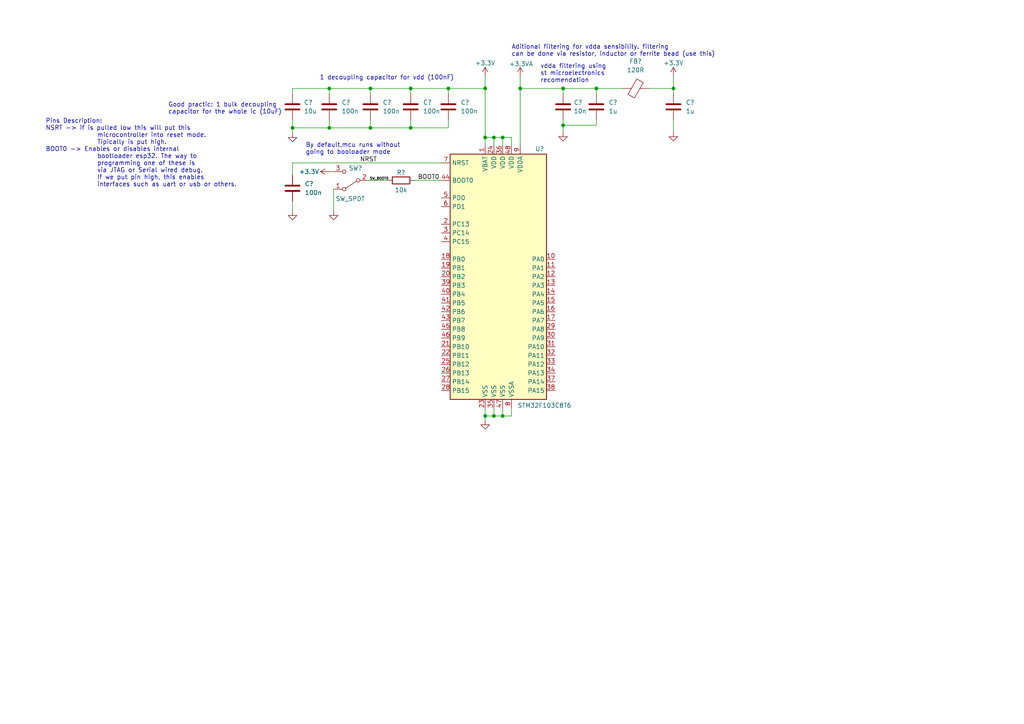
<source format=kicad_sch>
(kicad_sch (version 20211123) (generator eeschema)
  (paper "A4")
  (lib_symbols
    (symbol "Device:C" (pin_numbers hide) (pin_names (offset 0.254))
      (property "Reference" "C" (at 0.635 2.54 0))
      (property "Value" "C" (at 0.635 -2.54 0))
      (symbol "C_0_1"
        (polyline (pts (xy -2.032 -0.762) (xy 2.032 -0.762)) (stroke (width 0.508)))
        (polyline (pts (xy -2.032 0.762) (xy 2.032 0.762)) (stroke (width 0.508)))
      )
      (symbol "C_1_1"
        (pin passive line (at 0 3.81 270) (length 2.794) (name "~") (number "1"))
        (pin passive line (at 0 -3.81 90) (length 2.794) (name "~") (number "2"))
      )
    )
    (symbol "Device:FerriteBead" (pin_numbers hide) (pin_names (offset 0))
      (property "Reference" "FB" (at -3.81 0.635 90))
      (property "Value" "FerriteBead" (at 3.81 0 90))
      (symbol "FerriteBead_0_1"
        (polyline (pts (xy 0 -1.27) (xy 0 -1.2192)))
        (polyline (pts (xy 0 1.27) (xy 0 1.2954)))
        (polyline (pts (xy -2.7686 0.4064) (xy -1.7018 2.2606) (xy 2.7686 -0.3048) (xy 1.6764 -2.159) (xy -2.7686 0.4064)))
      )
      (symbol "FerriteBead_1_1"
        (pin passive line (at 0 3.81 270) (length 2.54) (name "~") (number "1"))
        (pin passive line (at 0 -3.81 90) (length 2.54) (name "~") (number "2"))
      )
    )
    (symbol "Device:R" (pin_numbers hide) (pin_names (offset 0))
      (property "Reference" "R" (at 2.032 0 90))
      (property "Value" "R" (at 0 0 90))
      (symbol "R_0_1"
        (rectangle (start -1.016 -2.54) (end 1.016 2.54) (stroke (width 0.254)))
      )
      (symbol "R_1_1"
        (pin passive line (at 0 3.81 270) (length 1.27) (name "~") (number "1"))
        (pin passive line (at 0 -3.81 90) (length 1.27) (name "~") (number "2"))
      )
    )
    (symbol "MCU_ST_STM32F1:STM32F103C8Tx"
      (property "Reference" "U" (at -15.24 36.83 0))
      (property "Value" "STM32F103C8Tx" (at 7.62 36.83 0))
      (symbol "STM32F103C8Tx_0_1"
        (rectangle (start -15.24 -35.56) (end 12.7 35.56) (stroke (width 0.254)) (fill (type background)))
      )
      (symbol "STM32F103C8Tx_1_1"
        (pin power_in line (at -5.08 38.1 270) (length 2.54) (name "VBAT") (number "1"))
        (pin bidirectional line (at 15.24 5.08 180) (length 2.54) (name "PA0") (number "10"))
        (pin bidirectional line (at 15.24 2.54 180) (length 2.54) (name "PA1") (number "11"))
        (pin bidirectional line (at 15.24 0 180) (length 2.54) (name "PA2") (number "12"))
        (pin bidirectional line (at 15.24 -2.54 180) (length 2.54) (name "PA3") (number "13"))
        (pin bidirectional line (at 15.24 -5.08 180) (length 2.54) (name "PA4") (number "14"))
        (pin bidirectional line (at 15.24 -7.62 180) (length 2.54) (name "PA5") (number "15"))
        (pin bidirectional line (at 15.24 -10.16 180) (length 2.54) (name "PA6") (number "16"))
        (pin bidirectional line (at 15.24 -12.7 180) (length 2.54) (name "PA7") (number "17"))
        (pin bidirectional line (at -17.78 5.08 0) (length 2.54) (name "PB0") (number "18"))
        (pin bidirectional line (at -17.78 2.54 0) (length 2.54) (name "PB1") (number "19"))
        (pin bidirectional line (at -17.78 15.24 0) (length 2.54) (name "PC13") (number "2"))
        (pin bidirectional line (at -17.78 0 0) (length 2.54) (name "PB2") (number "20"))
        (pin bidirectional line (at -17.78 -20.32 0) (length 2.54) (name "PB10") (number "21"))
        (pin bidirectional line (at -17.78 -22.86 0) (length 2.54) (name "PB11") (number "22"))
        (pin power_in line (at -5.08 -38.1 90) (length 2.54) (name "VSS") (number "23"))
        (pin power_in line (at -2.54 38.1 270) (length 2.54) (name "VDD") (number "24"))
        (pin bidirectional line (at -17.78 -25.4 0) (length 2.54) (name "PB12") (number "25"))
        (pin bidirectional line (at -17.78 -27.94 0) (length 2.54) (name "PB13") (number "26"))
        (pin bidirectional line (at -17.78 -30.48 0) (length 2.54) (name "PB14") (number "27"))
        (pin bidirectional line (at -17.78 -33.02 0) (length 2.54) (name "PB15") (number "28"))
        (pin bidirectional line (at 15.24 -15.24 180) (length 2.54) (name "PA8") (number "29"))
        (pin bidirectional line (at -17.78 12.7 0) (length 2.54) (name "PC14") (number "3"))
        (pin bidirectional line (at 15.24 -17.78 180) (length 2.54) (name "PA9") (number "30"))
        (pin bidirectional line (at 15.24 -20.32 180) (length 2.54) (name "PA10") (number "31"))
        (pin bidirectional line (at 15.24 -22.86 180) (length 2.54) (name "PA11") (number "32"))
        (pin bidirectional line (at 15.24 -25.4 180) (length 2.54) (name "PA12") (number "33"))
        (pin bidirectional line (at 15.24 -27.94 180) (length 2.54) (name "PA13") (number "34"))
        (pin power_in line (at -2.54 -38.1 90) (length 2.54) (name "VSS") (number "35"))
        (pin power_in line (at 0 38.1 270) (length 2.54) (name "VDD") (number "36"))
        (pin bidirectional line (at 15.24 -30.48 180) (length 2.54) (name "PA14") (number "37"))
        (pin bidirectional line (at 15.24 -33.02 180) (length 2.54) (name "PA15") (number "38"))
        (pin bidirectional line (at -17.78 -2.54 0) (length 2.54) (name "PB3") (number "39"))
        (pin bidirectional line (at -17.78 10.16 0) (length 2.54) (name "PC15") (number "4"))
        (pin bidirectional line (at -17.78 -5.08 0) (length 2.54) (name "PB4") (number "40"))
        (pin bidirectional line (at -17.78 -7.62 0) (length 2.54) (name "PB5") (number "41"))
        (pin bidirectional line (at -17.78 -10.16 0) (length 2.54) (name "PB6") (number "42"))
        (pin bidirectional line (at -17.78 -12.7 0) (length 2.54) (name "PB7") (number "43"))
        (pin input line (at -17.78 27.94 0) (length 2.54) (name "BOOT0") (number "44"))
        (pin bidirectional line (at -17.78 -15.24 0) (length 2.54) (name "PB8") (number "45"))
        (pin bidirectional line (at -17.78 -17.78 0) (length 2.54) (name "PB9") (number "46"))
        (pin power_in line (at 0 -38.1 90) (length 2.54) (name "VSS") (number "47"))
        (pin power_in line (at 2.54 38.1 270) (length 2.54) (name "VDD") (number "48"))
        (pin input line (at -17.78 22.86 0) (length 2.54) (name "PD0") (number "5"))
        (pin input line (at -17.78 20.32 0) (length 2.54) (name "PD1") (number "6"))
        (pin input line (at -17.78 33.02 0) (length 2.54) (name "NRST") (number "7"))
        (pin power_in line (at 2.54 -38.1 90) (length 2.54) (name "VSSA") (number "8"))
        (pin power_in line (at 5.08 38.1 270) (length 2.54) (name "VDDA") (number "9"))
      )
    )
    (symbol "Switch:SW_SPDT" (pin_names (offset 0) hide)
      (property "Reference" "SW" (at 0 4.318 0))
      (property "Value" "SW_SPDT" (at 0 -5.08 0))
      (symbol "SW_SPDT_0_0"
        (circle (center -2.032 0) (radius 0.508))
        (circle (center 2.032 -2.54) (radius 0.508))
      )
      (symbol "SW_SPDT_0_1"
        (polyline (pts (xy -1.524 0.254) (xy 1.651 2.286)))
        (circle (center 2.032 2.54) (radius 0.508))
      )
      (symbol "SW_SPDT_1_1"
        (pin passive line (at 5.08 2.54 180) (length 2.54) (name "A") (number "1"))
        (pin passive line (at -5.08 0 0) (length 2.54) (name "B") (number "2"))
        (pin passive line (at 5.08 -2.54 180) (length 2.54) (name "C") (number "3"))
      )
    )
    (symbol "power:+3.3V" (power) (pin_names (offset 0))
      (property "Value" "+3.3V" (at 0 3.556 0))
      (symbol "+3.3V_0_1"
        (polyline (pts (xy -0.762 1.27) (xy 0 2.54)))
        (polyline (pts (xy 0 0) (xy 0 2.54)))
        (polyline (pts (xy 0 2.54) (xy 0.762 1.27)))
      )
      (symbol "+3.3V_1_1"
        (pin power_in line (at 0 0 90) (length 0) hide (name "+3.3V") (number "1"))
      )
    )
    (symbol "power:+3.3VA" (power) (pin_names (offset 0))
      (property "Value" "+3.3VA" (at 0 3.556 0))
      (symbol "+3.3VA_0_1"
        (polyline (pts (xy -0.762 1.27) (xy 0 2.54)))
        (polyline (pts (xy 0 0) (xy 0 2.54)))
        (polyline (pts (xy 0 2.54) (xy 0.762 1.27)))
      )
      (symbol "+3.3VA_1_1"
        (pin power_in line (at 0 0 90) (length 0) hide (name "+3.3VA") (number "1"))
      )
    )
    (symbol "power:GND" (power) (pin_names (offset 0))
      (property "Value" "GND" (at 0 -3.81 0))
      (symbol "GND_0_1"
        (polyline (pts (xy 0 0) (xy 0 -1.27) (xy 1.27 -1.27) (xy 0 -2.54) (xy -1.27 -1.27) (xy 0 -1.27)))
      )
      (symbol "GND_1_1"
        (pin power_in line (at 0 0 270) (length 0) hide (name "GND") (number "1"))
      )
    )
  )
  (junction (at 163.322 25.654))
  (junction (at 119.126 25.654))
  (junction (at 130.048 25.654))
  (junction (at 172.974 25.654))
  (junction (at 95.504 37.084))
  (junction (at 140.716 120.65))
  (junction (at 145.796 39.878))
  (junction (at 143.256 120.65))
  (junction (at 150.876 25.654))
  (junction (at 95.504 25.654))
  (junction (at 107.442 37.084))
  (junction (at 145.796 120.65))
  (junction (at 140.716 25.654))
  (junction (at 143.256 39.878))
  (junction (at 195.326 25.654))
  (junction (at 163.322 36.322))
  (junction (at 119.126 37.084))
  (junction (at 107.442 25.654))
  (junction (at 84.836 37.084))
  (junction (at 140.716 39.878))
  (wire (pts (xy 84.836 47.244) (xy 84.836 50.8)))
  (wire (pts (xy 84.836 25.654) (xy 95.504 25.654)))
  (wire (pts (xy 163.322 27.178) (xy 163.322 25.654)))
  (wire (pts (xy 140.716 118.364) (xy 140.716 120.65)))
  (wire (pts (xy 84.836 37.084) (xy 95.504 37.084)))
  (wire (pts (xy 95.504 25.654) (xy 95.504 27.178)))
  (wire (pts (xy 84.836 27.178) (xy 84.836 25.654)))
  (wire (pts (xy 107.442 34.798) (xy 107.442 37.084)))
  (wire (pts (xy 107.442 25.654) (xy 107.442 27.178)))
  (wire (pts (xy 95.504 49.784) (xy 96.774 49.784)))
  (wire (pts (xy 120.142 52.324) (xy 128.016 52.324)))
  (wire (pts (xy 130.048 37.084) (xy 130.048 34.798)))
  (wire (pts (xy 148.336 39.878) (xy 145.796 39.878)))
  (wire (pts (xy 140.716 120.65) (xy 140.716 121.92)))
  (wire (pts (xy 140.716 25.654) (xy 140.716 39.878)))
  (wire (pts (xy 107.442 25.654) (xy 119.126 25.654)))
  (wire (pts (xy 140.716 22.098) (xy 140.716 25.654)))
  (wire (pts (xy 145.796 39.878) (xy 143.256 39.878)))
  (wire (pts (xy 119.126 25.654) (xy 119.126 27.178)))
  (wire (pts (xy 163.322 34.798) (xy 163.322 36.322)))
  (wire (pts (xy 145.796 39.878) (xy 145.796 42.164)))
  (wire (pts (xy 148.336 120.65) (xy 145.796 120.65)))
  (wire (pts (xy 145.796 120.65) (xy 143.256 120.65)))
  (wire (pts (xy 140.716 39.878) (xy 140.716 42.164)))
  (wire (pts (xy 195.326 34.798) (xy 195.326 38.354)))
  (wire (pts (xy 106.934 52.324) (xy 112.522 52.324)))
  (wire (pts (xy 172.974 27.178) (xy 172.974 25.654)))
  (wire (pts (xy 84.836 37.084) (xy 84.836 38.608)))
  (wire (pts (xy 84.836 34.798) (xy 84.836 37.084)))
  (wire (pts (xy 150.876 22.098) (xy 150.876 25.654)))
  (wire (pts (xy 119.126 25.654) (xy 130.048 25.654)))
  (wire (pts (xy 143.256 39.878) (xy 140.716 39.878)))
  (wire (pts (xy 150.876 25.654) (xy 163.322 25.654)))
  (wire (pts (xy 95.504 25.654) (xy 107.442 25.654)))
  (wire (pts (xy 96.774 54.864) (xy 96.774 61.214)))
  (wire (pts (xy 163.322 36.322) (xy 172.974 36.322)))
  (wire (pts (xy 148.336 118.364) (xy 148.336 120.65)))
  (wire (pts (xy 84.836 58.42) (xy 84.836 61.214)))
  (wire (pts (xy 145.796 118.364) (xy 145.796 120.65)))
  (wire (pts (xy 195.326 25.654) (xy 195.326 27.178)))
  (wire (pts (xy 119.126 37.084) (xy 130.048 37.084)))
  (wire (pts (xy 195.326 22.098) (xy 195.326 25.654)))
  (wire (pts (xy 84.836 47.244) (xy 128.016 47.244)))
  (wire (pts (xy 172.974 34.798) (xy 172.974 36.322)))
  (wire (pts (xy 107.442 37.084) (xy 119.126 37.084)))
  (wire (pts (xy 130.048 25.654) (xy 130.048 27.178)))
  (wire (pts (xy 130.048 25.654) (xy 140.716 25.654)))
  (wire (pts (xy 163.322 36.322) (xy 163.322 38.354)))
  (wire (pts (xy 188.214 25.654) (xy 195.326 25.654)))
  (wire (pts (xy 172.974 25.654) (xy 180.594 25.654)))
  (wire (pts (xy 95.504 34.798) (xy 95.504 37.084)))
  (wire (pts (xy 148.336 42.164) (xy 148.336 39.878)))
  (wire (pts (xy 163.322 25.654) (xy 172.974 25.654)))
  (wire (pts (xy 150.876 25.654) (xy 150.876 42.164)))
  (wire (pts (xy 95.504 37.084) (xy 107.442 37.084)))
  (wire (pts (xy 143.256 120.65) (xy 140.716 120.65)))
  (wire (pts (xy 143.256 118.364) (xy 143.256 120.65)))
  (wire (pts (xy 119.126 34.798) (xy 119.126 37.084)))
  (wire (pts (xy 143.256 39.878) (xy 143.256 42.164)))
  (text "1 decoupling capacitor for vdd (100nF)" (at 92.71 23.368 0) (effects (font (size 1.27 1.27)) (justify left bottom)))
  (text "By default,mcu runs without \ngoing to booloader mode" (at 88.646 44.958 0) (effects (font (size 1.27 1.27)) (justify left bottom)))
  (text "vdda filtering using\nst microelectronics\nrecomendation" (at 156.718 24.13 0) (effects (font (size 1.27 1.27)) (justify left bottom)))
  (text "Aditional filtering for vdda sensibility. filtering\ncan be done via resistor, inductor or ferrite bead (use this)" (at 148.336 16.51 0) (effects (font (size 1.27 1.27)) (justify left bottom)))
  (text "Good practic: 1 bulk decoupling \ncapacitor for the whole ic (10uF)" (at 48.768 33.274 0) (effects (font (size 1.27 1.27)) (justify left bottom)))
  (text "Pins Description:\nNSRT -> if is pulled low this will put this\n			microcontroller into reset mode. \n			Tipically is put high.\nBOOT0 -> Enables or disables internal \n			bootloader esp32. The way to\n			programming one of these is \n			via JTAG or Serial wired debug.\n			If we put pin high, this enables \n			interfaces such as uart or usb or others." (at 13.208 54.356 0) (effects (font (size 1.27 1.27)) (justify left bottom)))
  (label "NRST" (at 104.394 47.244 0))
  (label "SW_BOOT0" (at 107.188 52.324 0) (effects (font (size 0.7 0.7))))
  (label "BOOT0" (at 121.158 52.324 0))
  (symbol (lib_id "Device:C") (at 195.326 30.988 0) (unit 1)
    (property "Reference" "C?" (at 198.882 29.7179 0) (effects (justify left)))
    (property "Value" "1u" (at 198.882 32.2579 0) (effects (justify left)))
  )
  (symbol (lib_id "power:+3.3V") (at 95.504 49.784 90) (unit 1)
    (property "Reference" "#PWR?" (effects hide))
    (property "Value" "+3.3V" (at 89.662 49.784 90))
  )
  (symbol (lib_id "power:GND") (at 84.836 38.608 0) (unit 1)
    (property "Reference" "#PWR?" (effects hide))
    (property "Value" "GND" (effects hide))
  )
  (symbol (lib_id "Device:C") (at 95.504 30.988 0) (unit 1)
    (property "Reference" "C?" (at 99.06 29.7179 0) (effects (justify left)))
    (property "Value" "100n" (at 99.06 32.2579 0) (effects (justify left)))
  )
  (symbol (lib_id "power:GND") (at 140.716 121.92 0) (unit 1)
    (property "Reference" "#PWR?" (effects hide))
    (property "Value" "GND" (effects hide))
  )
  (symbol (lib_id "power:+3.3VA") (at 150.876 22.098 0) (unit 1)
    (property "Reference" "#PWR?" (effects hide))
    (property "Value" "+3.3VA" (at 151.13 18.542 0))
  )
  (symbol (lib_id "power:GND") (at 195.326 38.354 0) (unit 1)
    (property "Reference" "#PWR?" (effects hide))
    (property "Value" "GND" (effects hide))
  )
  (symbol (lib_id "Device:C") (at 172.974 30.988 0) (unit 1)
    (property "Reference" "C?" (at 176.53 29.7179 0) (effects (justify left)))
    (property "Value" "1u" (at 176.53 32.2579 0) (effects (justify left)))
  )
  (symbol (lib_id "Switch:SW_SPDT") (at 101.854 52.324 180) (unit 1)
    (property "Reference" "SW?" (at 103.124 48.768 0))
    (property "Value" "SW_SPDT" (at 101.6 57.658 0))
  )
  (symbol (lib_id "power:+3.3V") (at 195.326 22.098 0) (unit 1)
    (property "Reference" "#PWR?" (effects hide))
    (property "Value" "+3.3V" (at 195.326 18.288 0))
  )
  (symbol (lib_id "Device:C") (at 84.836 54.61 0) (unit 1)
    (property "Reference" "C?" (at 88.392 53.3399 0) (effects (justify left)))
    (property "Value" "100n" (at 88.392 55.8799 0) (effects (justify left)))
  )
  (symbol (lib_id "power:+3.3V") (at 140.716 22.098 0) (unit 1)
    (property "Reference" "#PWR?" (effects hide))
    (property "Value" "+3.3V" (at 140.716 18.288 0))
  )
  (symbol (lib_id "Device:R") (at 116.332 52.324 90) (unit 1)
    (property "Reference" "R?" (at 116.332 50.038 90))
    (property "Value" "10k" (at 116.332 55.118 90))
  )
  (symbol (lib_id "Device:C") (at 130.048 30.988 0) (unit 1)
    (property "Reference" "C?" (at 133.604 29.7179 0) (effects (justify left)))
    (property "Value" "100n" (at 133.604 32.2579 0) (effects (justify left)))
  )
  (symbol (lib_id "Device:C") (at 84.836 30.988 0) (unit 1)
    (property "Reference" "C?" (at 88.138 29.7179 0) (effects (justify left)))
    (property "Value" "10u" (at 88.138 32.2579 0) (effects (justify left)))
  )
  (symbol (lib_id "power:GND") (at 84.836 61.214 0) (unit 1)
    (property "Reference" "#PWR?" (effects hide))
    (property "Value" "GND" (effects hide))
  )
  (symbol (lib_id "MCU_ST_STM32F1:STM32F103C8Tx") (at 145.796 80.264 0) (unit 1)
    (property "Reference" "U?" (at 155.194 43.18 0) (effects (justify left)))
    (property "Value" "STM32F103C8T6" (at 150.114 117.602 0) (effects (justify left)))
    (property "Footprint" "Package_QFP:LQFP-48_7x7mm_P0.5mm" (effects hide))
    (property "Datasheet" "http://www.st.com/st-web-ui/static/active/en/resource/technical/document/datasheet/CD00161566.pdf" (effects hide))
  )
  (symbol (lib_id "power:GND") (at 163.322 38.354 0) (unit 1)
    (property "Reference" "#PWR?" (effects hide))
    (property "Value" "GND" (effects hide))
  )
  (symbol (lib_id "Device:C") (at 107.442 30.988 0) (unit 1)
    (property "Reference" "C?" (at 110.998 29.7179 0) (effects (justify left)))
    (property "Value" "100n" (at 110.998 32.2579 0) (effects (justify left)))
  )
  (symbol (lib_id "power:GND") (at 96.774 61.214 0) (unit 1)
    (property "Reference" "#PWR?" (effects hide))
    (property "Value" "GND" (effects hide))
  )
  (symbol (lib_id "Device:C") (at 163.322 30.988 0) (unit 1)
    (property "Reference" "C?" (at 166.37 29.7179 0) (effects (justify left)))
    (property "Value" "10n" (at 166.37 32.2579 0) (effects (justify left)))
  )
  (symbol (lib_id "Device:FerriteBead") (at 184.404 25.654 90) (unit 1)
    (property "Reference" "FB?" (at 184.3532 17.78 90))
    (property "Value" "120R" (at 184.3532 20.32 90))
  )
  (symbol (lib_id "Device:C") (at 119.126 30.988 0) (unit 1)
    (property "Reference" "C?" (at 122.682 29.7179 0) (effects (justify left)))
    (property "Value" "100n" (at 122.682 32.2579 0) (effects (justify left)))
  )
)
</source>
